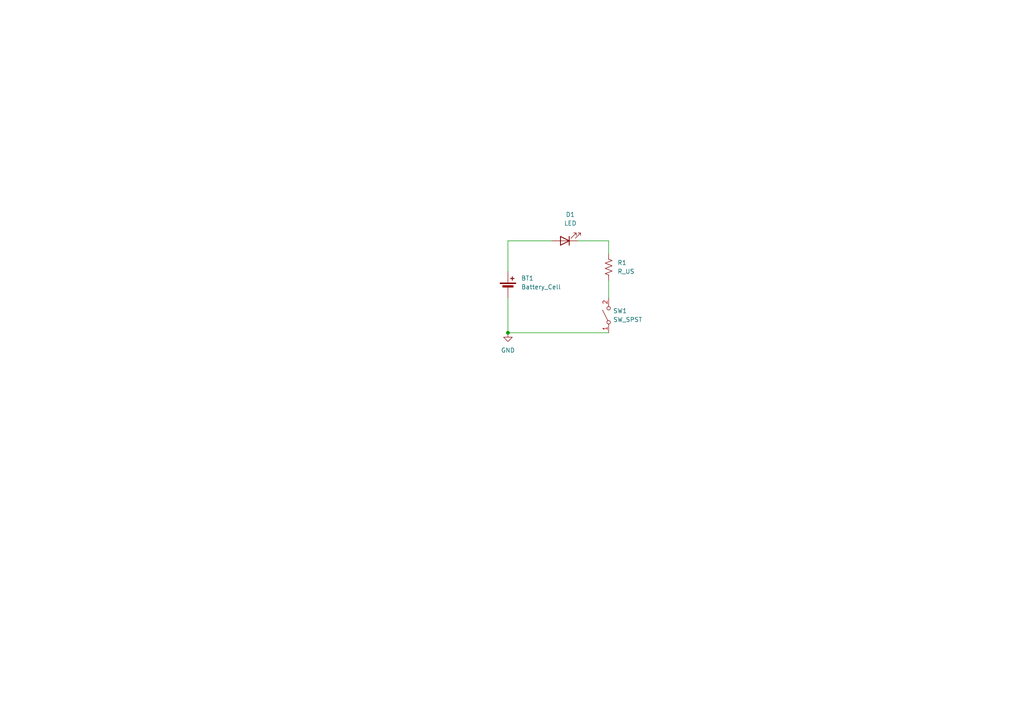
<source format=kicad_sch>
(kicad_sch (version 20231120) (generator "eeschema") (generator_version "8.0")
  (paper "A4")
  (lib_symbols
    (symbol "Device:Battery_Cell" (pin_numbers hide) (pin_names (offset 0) hide)
      (property "Reference" "BT" (at 2.54 2.54 0))
      (property "Value" "Battery_Cell" (at 2.54 0 0))
      (symbol "Battery_Cell_0_1"
        (rectangle (start -2.286 1.778) (end 2.286 1.524) (fill (type outline)))
        (rectangle (start -1.524 1.016) (end 1.524 0.508) (fill (type outline)))
        (polyline (pts (xy 0 0.762) (xy 0 0)))
        (polyline (pts (xy 0 1.778) (xy 0 2.54)))
        (polyline (pts (xy 0.762 3.048) (xy 1.778 3.048)) (stroke (width 0.254)))
        (polyline (pts (xy 1.27 3.556) (xy 1.27 2.54)) (stroke (width 0.254)))
      )
      (symbol "Battery_Cell_1_1"
        (pin passive line (at 0 5.08 270) (length 2.54) (name "+") (number "1"))
        (pin passive line (at 0 -2.54 90) (length 2.54) (name "-") (number "2"))
      )
    )
    (symbol "Device:LED" (pin_numbers hide) (pin_names (offset 1.016) hide)
      (property "Reference" "D" (at 0 2.54 0))
      (property "Value" "LED" (at 0 -2.54 0))
      (symbol "LED_0_1"
        (polyline (pts (xy -1.27 -1.27) (xy -1.27 1.27)) (stroke (width 0.254)))
        (polyline (pts (xy -1.27 0) (xy 1.27 0)))
        (polyline (pts (xy 1.27 -1.27) (xy 1.27 1.27) (xy -1.27 0) (xy 1.27 -1.27)) (stroke (width 0.254)))
        (polyline (pts (xy -3.048 -0.762) (xy -4.572 -2.286) (xy -3.81 -2.286) (xy -4.572 -2.286) (xy -4.572 -1.524)))
        (polyline (pts (xy -1.778 -0.762) (xy -3.302 -2.286) (xy -2.54 -2.286) (xy -3.302 -2.286) (xy -3.302 -1.524)))
      )
      (symbol "LED_1_1"
        (pin passive line (at -3.81 0 0) (length 2.54) (name "K") (number "1"))
        (pin passive line (at 3.81 0 180) (length 2.54) (name "A") (number "2"))
      )
    )
    (symbol "Device:R_US" (pin_numbers hide) (pin_names (offset 0))
      (property "Reference" "R" (at 2.54 0 90))
      (property "Value" "R_US" (at -2.54 0 90))
      (symbol "R_US_0_1"
        (polyline (pts (xy 0 -2.286) (xy 0 -2.54)))
        (polyline (pts (xy 0 2.286) (xy 0 2.54)))
        (polyline (pts (xy 0 -0.762) (xy 1.016 -1.143) (xy 0 -1.524) (xy -1.016 -1.905) (xy 0 -2.286)))
        (polyline (pts (xy 0 0.762) (xy 1.016 0.381) (xy 0 0) (xy -1.016 -0.381) (xy 0 -0.762)))
        (polyline (pts (xy 0 2.286) (xy 1.016 1.905) (xy 0 1.524) (xy -1.016 1.143) (xy 0 0.762)))
      )
      (symbol "R_US_1_1"
        (pin passive line (at 0 3.81 270) (length 1.27) (name "~") (number "1"))
        (pin passive line (at 0 -3.81 90) (length 1.27) (name "~") (number "2"))
      )
    )
    (symbol "Switch:SW_SPST" (pin_names (offset 0) hide)
      (property "Reference" "SW" (at 0 3.175 0))
      (property "Value" "SW_SPST" (at 0 -2.54 0))
      (symbol "SW_SPST_0_0"
        (circle (center -2.032 0) (radius 0.508))
        (polyline (pts (xy -1.524 0.254) (xy 1.524 1.778)))
        (circle (center 2.032 0) (radius 0.508))
      )
      (symbol "SW_SPST_1_1"
        (pin passive line (at -5.08 0 0) (length 2.54) (name "A") (number "1"))
        (pin passive line (at 5.08 0 180) (length 2.54) (name "B") (number "2"))
      )
    )
    (symbol "power:GND" (power) (pin_numbers hide) (pin_names (offset 0) hide)
      (property "Value" "GND" (at 0 -3.81 0))
      (symbol "GND_0_1"
        (polyline (pts (xy 0 0) (xy 0 -1.27) (xy 1.27 -1.27) (xy 0 -2.54) (xy -1.27 -1.27) (xy 0 -1.27)))
      )
      (symbol "GND_1_1"
        (pin power_in line (at 0 0 270) (length 0) (name "~") (number "1"))
      )
    )
  )
  (junction (at 147.32 96.52))
  (wire (pts (xy 176.53 81.28) (xy 176.53 86.36)))
  (wire (pts (xy 147.32 69.85) (xy 160.02 69.85)))
  (wire (pts (xy 147.32 86.36) (xy 147.32 96.52)))
  (wire (pts (xy 176.53 69.85) (xy 176.53 73.66)))
  (wire (pts (xy 167.64 69.85) (xy 176.53 69.85)))
  (wire (pts (xy 147.32 78.74) (xy 147.32 69.85)))
  (wire (pts (xy 176.53 96.52) (xy 147.32 96.52)))
  (symbol (lib_id "Device:Battery_Cell") (at 147.32 83.82 0) (unit 1)
    (property "Reference" "BT1" (at 151.13 80.7084 0) (effects (justify left)))
    (property "Value" "Battery_Cell" (at 151.13 83.2484 0) (effects (justify left)))
    (property "Footprint" "Battery:BatteryHolder_Keystone_103_1x20mm" (effects (hide yes)))
    (property "Description" "Single-cell battery" (effects (hide yes)))
  )
  (symbol (lib_id "power:GND") (at 147.32 96.52 0) (unit 1)
    (property "Reference" "#PWR01" (effects (hide yes)))
    (property "Value" "GND" (at 147.32 101.6 0))
    (property "Description" "Power symbol creates a global label with name \"GND\" , ground" (effects (hide yes)))
  )
  (symbol (lib_id "Device:R_US") (at 176.53 77.47 0) (unit 1)
    (property "Reference" "R1" (at 179.07 76.1999 0) (effects (justify left)))
    (property "Value" "R_US" (at 179.07 78.7399 0) (effects (justify left)))
    (property "Footprint" "Resistor_SMD:R_2512_6332Metric" (effects (hide yes)))
    (property "Description" "Resistor, US symbol" (effects (hide yes)))
  )
  (symbol (lib_id "Switch:SW_SPST") (at 176.53 91.44 90) (unit 1)
    (property "Reference" "SW1" (at 177.8 90.1699 90) (effects (justify right)))
    (property "Value" "SW_SPST" (at 177.8 92.7099 90) (effects (justify right)))
    (property "Footprint" "Button_Switch_THT:SW_PUSH_6mm" (effects (hide yes)))
    (property "Description" "Single Pole Single Throw (SPST) switch" (effects (hide yes)))
  )
  (symbol (lib_id "Device:LED") (at 163.83 69.85 180) (unit 1)
    (property "Reference" "D1" (at 165.4175 62.23 0))
    (property "Value" "LED" (at 165.4175 64.77 0))
    (property "Footprint" "LED_SMD:LED_2512_6332Metric" (effects (hide yes)))
    (property "Description" "Light emitting diode" (effects (hide yes)))
  )
)
</source>
